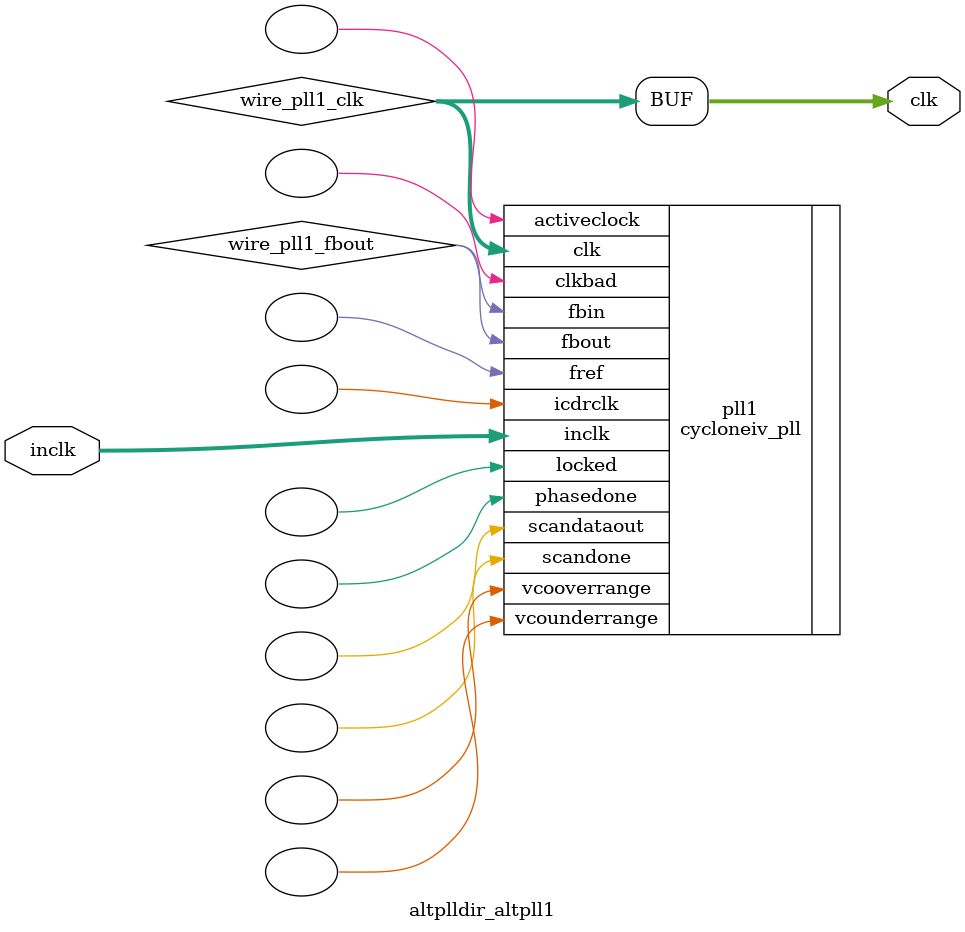
<source format=v>






//synthesis_resources = cycloneiv_pll 1 
//synopsys translate_off
`timescale 1 ps / 1 ps
//synopsys translate_on
module  altplldir_altpll1
	( 
	clk,
	inclk) /* synthesis synthesis_clearbox=1 */;
	output   [4:0]  clk;
	input   [1:0]  inclk;
`ifndef ALTERA_RESERVED_QIS
// synopsys translate_off
`endif
	tri0   [1:0]  inclk;
`ifndef ALTERA_RESERVED_QIS
// synopsys translate_on
`endif

	wire  [4:0]   wire_pll1_clk;
	wire  wire_pll1_fbout;

	cycloneiv_pll   pll1
	( 
	.activeclock(),
	.clk(wire_pll1_clk),
	.clkbad(),
	.fbin(wire_pll1_fbout),
	.fbout(wire_pll1_fbout),
	.fref(),
	.icdrclk(),
	.inclk(inclk),
	.locked(),
	.phasedone(),
	.scandataout(),
	.scandone(),
	.vcooverrange(),
	.vcounderrange()
	`ifndef FORMAL_VERIFICATION
	// synopsys translate_off
	`endif
	,
	.areset(1'b0),
	.clkswitch(1'b0),
	.configupdate(1'b0),
	.pfdena(1'b1),
	.phasecounterselect({3{1'b0}}),
	.phasestep(1'b0),
	.phaseupdown(1'b0),
	.scanclk(1'b0),
	.scanclkena(1'b1),
	.scandata(1'b0)
	`ifndef FORMAL_VERIFICATION
	// synopsys translate_on
	`endif
	);
	defparam
		pll1.bandwidth_type = "auto",
		pll1.clk0_divide_by = 2,
		pll1.clk0_duty_cycle = 50,
		pll1.clk0_multiply_by = 1,
		pll1.clk0_phase_shift = "0",
		pll1.clk1_divide_by = 5,
		pll1.clk1_duty_cycle = 50,
		pll1.clk1_multiply_by = 9,
		pll1.clk1_phase_shift = "0",
		pll1.compensate_clock = "clk0",
		pll1.inclk0_input_frequency = 20000,
		pll1.operation_mode = "normal",
		pll1.pll_type = "auto",
		pll1.lpm_type = "cycloneiv_pll";
	assign
		clk = {wire_pll1_clk[4:0]};
endmodule //altplldir_altpll1
//VALID FILE

</source>
